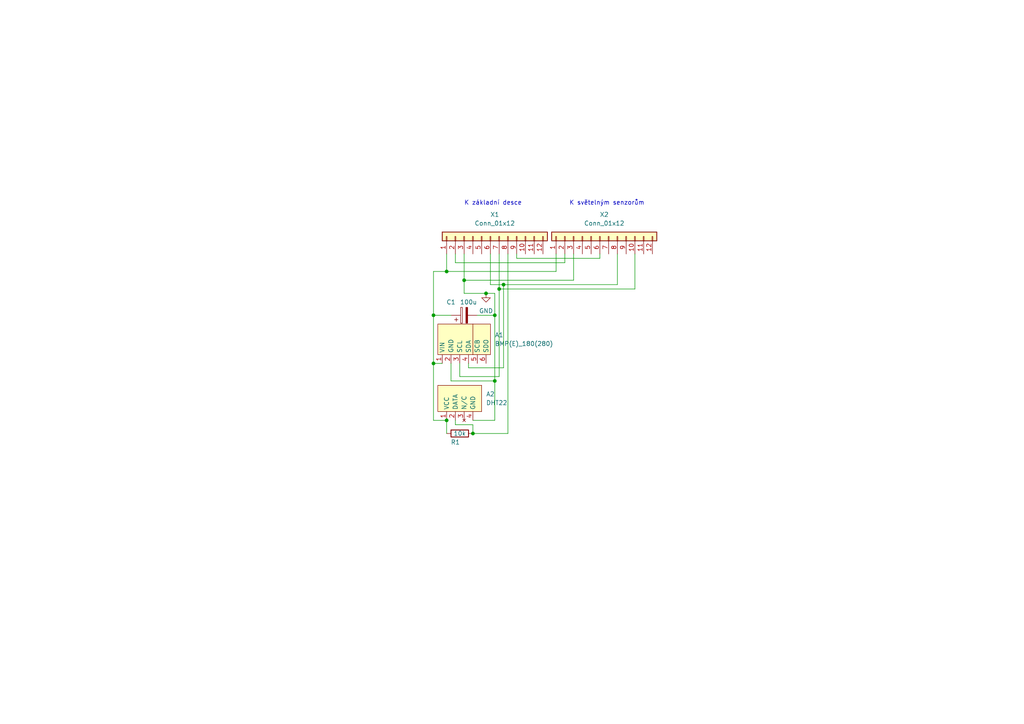
<source format=kicad_sch>
(kicad_sch (version 20211123) (generator eeschema)
  (paper "A4")
  (title_block (title "Deska pro měření tlaku, teploty a vlhkosti") (date "2022-03-02") (rev "1.1") (company "Michal Basler") (comment 1 "Maturitní práce 2021/22"))
  (lib_symbols
    (symbol "BMP(E)_180(280):BMP(E)_180(280)"
      (property "Reference" "A" (at 16.51 13.97 0))
      (property "Value" "BMP(E)_180(280)" (at 3.81 13.97 0))
      (symbol "BMP(E)_180(280)_0_0"
        (rectangle (start -3.81 2.54) (end 11.43 11.43) (fill (type background)))
        (rectangle (start 6.35 2.54) (end 6.35 11.43))
      )
      (symbol "BMP(E)_180(280)_1_1"
        (pin power_in line (at -2.54 0 90) (length 2.54) (name "VIN") (number "1"))
        (pin power_in line (at 0 0 90) (length 2.54) (name "GND") (number "2"))
        (pin bidirectional line (at 2.54 0 90) (length 2.54) (name "SCL") (number "3"))
        (pin bidirectional line (at 5.08 0 90) (length 2.54) (name "SDA") (number "4"))
        (pin bidirectional line (at 7.62 0 90) (length 2.54) (name "SCB") (number "5"))
        (pin bidirectional line (at 10.16 0 90) (length 2.54) (name "SDO") (number "6"))
      )
    )
    (symbol "Connector_Generic:Conn_01x12" (pin_names (offset 1.016) hide)
      (property "Reference" "J" (at 0 15.24 0))
      (property "Value" "Conn_01x12" (at 0 -17.78 0))
      (symbol "Conn_01x12_1_1"
        (rectangle (start -1.27 -15.113) (end 0 -15.367) (stroke (width 0.1524)))
        (rectangle (start -1.27 -12.573) (end 0 -12.827) (stroke (width 0.1524)))
        (rectangle (start -1.27 -10.033) (end 0 -10.287) (stroke (width 0.1524)))
        (rectangle (start -1.27 -7.493) (end 0 -7.747) (stroke (width 0.1524)))
        (rectangle (start -1.27 -4.953) (end 0 -5.207) (stroke (width 0.1524)))
        (rectangle (start -1.27 -2.413) (end 0 -2.667) (stroke (width 0.1524)))
        (rectangle (start -1.27 0.127) (end 0 -0.127) (stroke (width 0.1524)))
        (rectangle (start -1.27 2.667) (end 0 2.413) (stroke (width 0.1524)))
        (rectangle (start -1.27 5.207) (end 0 4.953) (stroke (width 0.1524)))
        (rectangle (start -1.27 7.747) (end 0 7.493) (stroke (width 0.1524)))
        (rectangle (start -1.27 10.287) (end 0 10.033) (stroke (width 0.1524)))
        (rectangle (start -1.27 12.827) (end 0 12.573) (stroke (width 0.1524)))
        (rectangle (start -1.27 13.97) (end 1.27 -16.51) (stroke (width 0.254)) (fill (type background)))
        (pin passive line (at -5.08 12.7 0) (length 3.81) (name "Pin_1") (number "1"))
        (pin passive line (at -5.08 -10.16 0) (length 3.81) (name "Pin_10") (number "10"))
        (pin passive line (at -5.08 -12.7 0) (length 3.81) (name "Pin_11") (number "11"))
        (pin passive line (at -5.08 -15.24 0) (length 3.81) (name "Pin_12") (number "12"))
        (pin passive line (at -5.08 10.16 0) (length 3.81) (name "Pin_2") (number "2"))
        (pin passive line (at -5.08 7.62 0) (length 3.81) (name "Pin_3") (number "3"))
        (pin passive line (at -5.08 5.08 0) (length 3.81) (name "Pin_4") (number "4"))
        (pin passive line (at -5.08 2.54 0) (length 3.81) (name "Pin_5") (number "5"))
        (pin passive line (at -5.08 0 0) (length 3.81) (name "Pin_6") (number "6"))
        (pin passive line (at -5.08 -2.54 0) (length 3.81) (name "Pin_7") (number "7"))
        (pin passive line (at -5.08 -5.08 0) (length 3.81) (name "Pin_8") (number "8"))
        (pin passive line (at -5.08 -7.62 0) (length 3.81) (name "Pin_9") (number "9"))
      )
    )
    (symbol "DHT22:DHT22"
      (property "Reference" "A" (at 5.08 12.7 0))
      (property "Value" "DHT22" (at -1.27 12.7 0))
      (symbol "DHT22_0_0"
        (rectangle (start 7.62 2.54) (end -5.08 10.16) (fill (type background)))
      )
      (symbol "DHT22_1_1"
        (pin power_in line (at -2.54 0 90) (length 2.54) (name "VCC") (number "1"))
        (pin bidirectional line (at 0 0 90) (length 2.54) (name "DATA") (number "2"))
        (pin no_connect line (at 2.54 0 90) (length 2.54) (name "N/C") (number "3"))
        (pin power_in line (at 5.08 0 90) (length 2.54) (name "GND") (number "4"))
      )
    )
    (symbol "Device:C_Polarized" (pin_numbers hide) (pin_names (offset 0.254))
      (property "Reference" "C" (at 0.635 2.54 0))
      (property "Value" "C_Polarized" (at 0.635 -2.54 0))
      (symbol "C_Polarized_0_1"
        (rectangle (start -2.286 0.508) (end 2.286 1.016))
        (polyline (pts (xy -1.778 2.286) (xy -0.762 2.286)))
        (polyline (pts (xy -1.27 2.794) (xy -1.27 1.778)))
        (rectangle (start 2.286 -0.508) (end -2.286 -1.016) (fill (type outline)))
      )
      (symbol "C_Polarized_1_1"
        (pin passive line (at 0 3.81 270) (length 2.794) (name "~") (number "1"))
        (pin passive line (at 0 -3.81 90) (length 2.794) (name "~") (number "2"))
      )
    )
    (symbol "Device:R" (pin_numbers hide) (pin_names (offset 0))
      (property "Reference" "R" (at 2.032 0 90))
      (property "Value" "R" (at 0 0 90))
      (symbol "R_0_1"
        (rectangle (start -1.016 -2.54) (end 1.016 2.54) (stroke (width 0.254)))
      )
      (symbol "R_1_1"
        (pin passive line (at 0 3.81 270) (length 1.27) (name "~") (number "1"))
        (pin passive line (at 0 -3.81 90) (length 1.27) (name "~") (number "2"))
      )
    )
    (symbol "power:GND" (power) (pin_names (offset 0))
      (property "Value" "GND" (at 0 -3.81 0))
      (symbol "GND_0_1"
        (polyline (pts (xy 0 0) (xy 0 -1.27) (xy 1.27 -1.27) (xy 0 -2.54) (xy -1.27 -1.27) (xy 0 -1.27)))
      )
      (symbol "GND_1_1"
        (pin power_in line (at 0 0 270) (length 0) hide (name "GND") (number "1"))
      )
    )
  )
  (junction (at 146.05 82.55))
  (junction (at 140.97 85.09))
  (junction (at 129.54 78.74))
  (junction (at 129.54 121.92))
  (junction (at 125.73 105.41))
  (junction (at 143.51 110.49))
  (junction (at 143.51 91.44))
  (junction (at 134.62 81.28))
  (junction (at 137.16 125.73))
  (junction (at 125.73 91.44))
  (junction (at 144.78 83.82))
  (wire (pts (xy 142.24 73.66) (xy 142.24 82.55)))
  (wire (pts (xy 130.81 110.49) (xy 143.51 110.49)))
  (wire (pts (xy 133.35 105.41) (xy 133.35 109.22)))
  (wire (pts (xy 149.86 73.66) (xy 149.86 74.93)))
  (wire (pts (xy 135.89 106.68) (xy 146.05 106.68)))
  (wire (pts (xy 129.54 121.92) (xy 125.73 121.92)))
  (wire (pts (xy 163.83 76.2) (xy 163.83 73.66)))
  (wire (pts (xy 129.54 73.66) (xy 129.54 78.74)))
  (wire (pts (xy 146.05 82.55) (xy 179.07 82.55)))
  (wire (pts (xy 129.54 121.92) (xy 129.54 125.73)))
  (wire (pts (xy 132.08 73.66) (xy 132.08 76.2)))
  (wire (pts (xy 135.89 105.41) (xy 135.89 106.68)))
  (wire (pts (xy 132.08 76.2) (xy 163.83 76.2)))
  (wire (pts (xy 140.97 85.09) (xy 134.62 85.09)))
  (wire (pts (xy 134.62 85.09) (xy 134.62 81.28)))
  (wire (pts (xy 134.62 81.28) (xy 166.37 81.28)))
  (wire (pts (xy 146.05 106.68) (xy 146.05 82.55)))
  (wire (pts (xy 125.73 78.74) (xy 129.54 78.74)))
  (wire (pts (xy 173.99 74.93) (xy 173.99 73.66)))
  (wire (pts (xy 132.08 121.92) (xy 132.08 123.19)))
  (wire (pts (xy 166.37 81.28) (xy 166.37 73.66)))
  (wire (pts (xy 143.51 110.49) (xy 143.51 121.92)))
  (wire (pts (xy 137.16 125.73) (xy 137.16 123.19)))
  (wire (pts (xy 125.73 105.41) (xy 128.27 105.41)))
  (wire (pts (xy 133.35 109.22) (xy 144.78 109.22)))
  (wire (pts (xy 125.73 91.44) (xy 125.73 78.74)))
  (wire (pts (xy 125.73 105.41) (xy 125.73 121.92)))
  (wire (pts (xy 144.78 83.82) (xy 144.78 109.22)))
  (wire (pts (xy 147.32 125.73) (xy 137.16 125.73)))
  (wire (pts (xy 144.78 73.66) (xy 144.78 83.82)))
  (wire (pts (xy 144.78 83.82) (xy 184.15 83.82)))
  (wire (pts (xy 143.51 85.09) (xy 140.97 85.09)))
  (wire (pts (xy 129.54 78.74) (xy 161.29 78.74)))
  (wire (pts (xy 149.86 74.93) (xy 173.99 74.93)))
  (wire (pts (xy 143.51 91.44) (xy 143.51 85.09)))
  (wire (pts (xy 125.73 105.41) (xy 125.73 91.44)))
  (wire (pts (xy 143.51 91.44) (xy 143.51 110.49)))
  (wire (pts (xy 134.62 73.66) (xy 134.62 81.28)))
  (wire (pts (xy 161.29 73.66) (xy 161.29 78.74)))
  (wire (pts (xy 142.24 82.55) (xy 146.05 82.55)))
  (wire (pts (xy 125.73 91.44) (xy 130.81 91.44)))
  (wire (pts (xy 130.81 105.41) (xy 130.81 110.49)))
  (wire (pts (xy 137.16 121.92) (xy 143.51 121.92)))
  (wire (pts (xy 147.32 73.66) (xy 147.32 125.73)))
  (wire (pts (xy 138.43 91.44) (xy 143.51 91.44)))
  (wire (pts (xy 184.15 83.82) (xy 184.15 73.66)))
  (wire (pts (xy 137.16 123.19) (xy 132.08 123.19)))
  (wire (pts (xy 179.07 82.55) (xy 179.07 73.66)))
  (text "K základní desce" (at 134.62 59.69 0) (effects (font (size 1.27 1.27)) (justify left bottom)))
  (text "K světelným senzorům" (at 165.1 59.69 0) (effects (font (size 1.27 1.27)) (justify left bottom)))
  (symbol (lib_id "Connector_Generic:Conn_01x12") (at 173.99 68.58 90) (unit 1)
    (property "Reference" "X2" (at 175.26 62.23 90))
    (property "Value" "Conn_01x12" (at 175.26 64.77 90))
    (property "Footprint" "Connector_PinHeader_2.54mm:PinHeader_1x12_P2.54mm_Horizontal" (effects hide))
  )
  (symbol (lib_id "DHT22:DHT22") (at 132.08 121.92 0) (unit 1)
    (property "Reference" "A2" (at 140.97 114.2999 0) (effects (justify left)))
    (property "Value" "DHT22" (at 140.97 116.8399 0) (effects (justify left)))
    (property "Footprint" "Sensor:Aosong_DHT11_5.5x12.0_P2.54mm" (effects hide))
  )
  (symbol (lib_id "Device:C_Polarized") (at 134.62 91.44 90) (unit 1)
    (property "Reference" "C1" (at 130.81 87.63 90))
    (property "Value" "100u" (at 135.89 87.63 90))
    (property "Footprint" "Capacitor_THT:C_Disc_D12.5mm_W5.0mm_P7.50mm" (effects hide))
  )
  (symbol (lib_id "Connector_Generic:Conn_01x12") (at 142.24 68.58 90) (unit 1)
    (property "Reference" "X1" (at 143.51 62.23 90))
    (property "Value" "Conn_01x12" (at 143.51 64.77 90))
    (property "Footprint" "Connector_PinHeader_2.54mm:PinHeader_1x12_P2.54mm_Horizontal" (effects hide))
  )
  (symbol (lib_id "BMP(E)_180(280):BMP(E)_180(280)") (at 130.81 105.41 0) (unit 1)
    (property "Reference" "A1" (at 143.51 97.1549 0) (effects (justify left)))
    (property "Value" "BMP(E)_180(280)" (at 143.51 99.6949 0) (effects (justify left)))
    (property "Footprint" "Connector_PinHeader_2.54mm:PinHeader_1x06_P2.54mm_Vertical" (effects hide))
  )
  (symbol (lib_id "power:GND") (at 140.97 85.09 0) (unit 1)
    (property "Reference" "#PWR0101" (effects hide))
    (property "Value" "GND" (at 140.97 90.17 0))
  )
  (symbol (lib_id "Device:R") (at 133.35 125.73 90) (unit 1)
    (property "Reference" "R1" (at 132.08 128.27 90))
    (property "Value" "10k" (at 133.35 125.73 90))
    (property "Footprint" "Resistor_THT:R_Axial_DIN0207_L6.3mm_D2.5mm_P10.16mm_Horizontal" (effects hide))
  )
)
</source>
